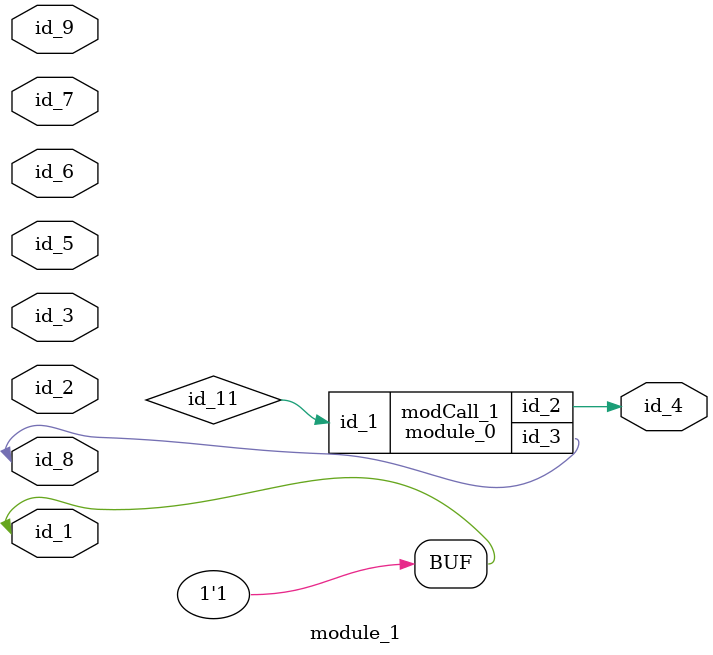
<source format=v>
module module_0 (
    id_1,
    id_2,
    id_3
);
  output wire id_3;
  output wire id_2;
  input wire id_1;
  wire id_4;
  wire id_5;
endmodule
module module_1 (
    id_1,
    id_2,
    id_3,
    id_4,
    id_5,
    id_6,
    id_7,
    id_8,
    id_9
);
  input wire id_9;
  inout wire id_8;
  input wire id_7;
  input wire id_6;
  inout wire id_5;
  output wire id_4;
  input wire id_3;
  input wire id_2;
  inout wire id_1;
  assign id_1 = 1;
  wire id_10;
  specify
    (id_11 + => id_12) = (1  : id_6  : id_3[1], 1'b0 == id_8  : 1  : -1);
  endspecify
  module_0 modCall_1 (
      id_11,
      id_4,
      id_8
  );
endmodule

</source>
